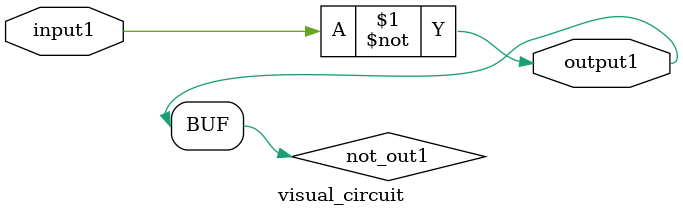
<source format=v>
module visual_circuit(
    input wire input1,
    output wire output1
);

    // Internal wires
    wire not_out1;

    // Logic implementation
    assign not_out1 = ~input1;
    assign output1 = not_out1;

endmodule

</source>
